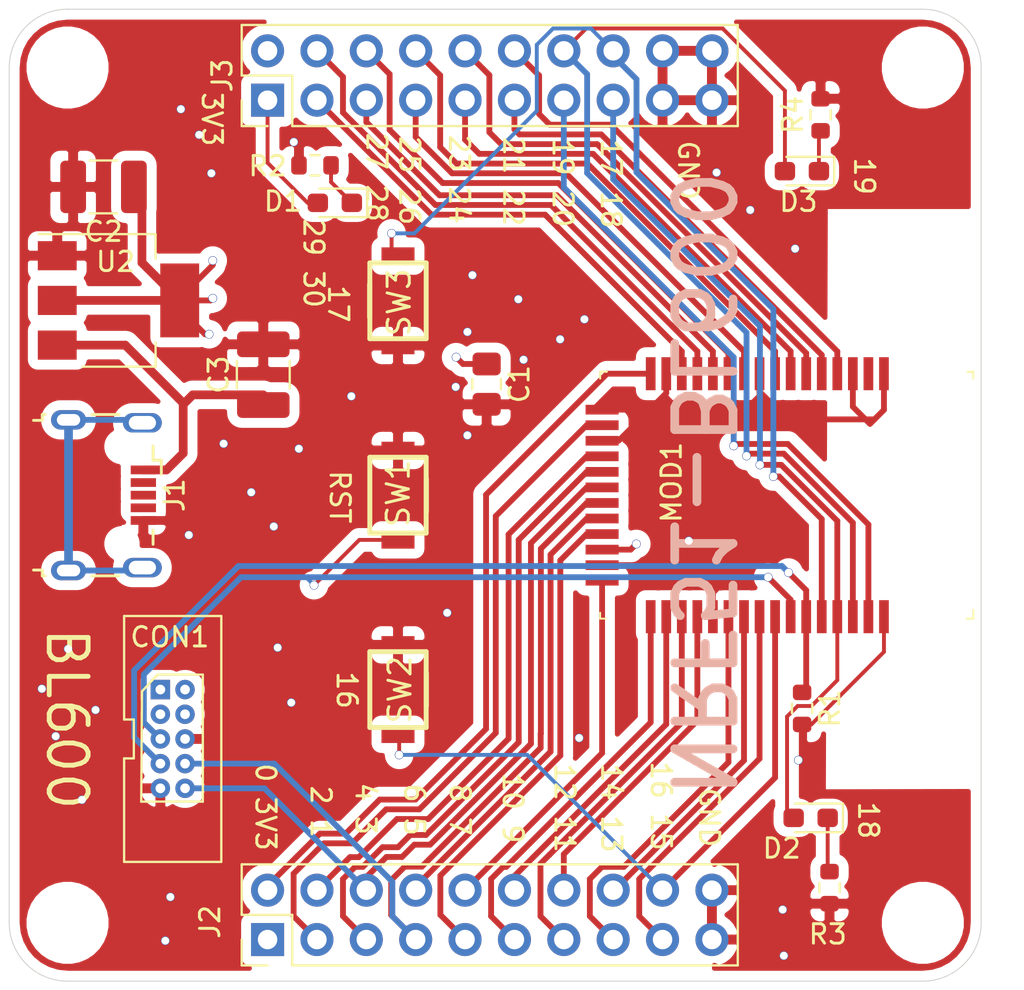
<source format=kicad_pcb>
(kicad_pcb (version 20171130) (host pcbnew "(5.1.12-1-10_14)")
  (layers (0 F.Cu signal) (1 GND signal) (2 PWR signal) (31 B.Cu signal) (34 B.Paste user) (35 F.Paste user) (36 B.SilkS user) (37 F.SilkS user) (38 B.Mask user) (39 F.Mask user) (44 Edge.Cuts user))
  (net 0 "")
  (net 1 GND)
  (net 2 +3V3)
  (net 3 SWCLK)
  (net 4 SWDIO)
  (net 5 "Net-(J1-Pad0)")
  (net 6 IO_4)
  (net 7 IO_5)
  (net 8 VBUS)
  (net 9 IO_16)
  (net 10 IO_15)
  (net 11 IO_14)
  (net 12 IO_13)
  (net 13 IO_12)
  (net 14 IO_11)
  (net 15 IO_10)
  (net 16 IO_9)
  (net 17 IO_8)
  (net 18 IO_7)
  (net 19 IO_6)
  (net 20 IO_3)
  (net 21 IO_2)
  (net 22 IO_1)
  (net 23 IO_0)
  (net 24 IO_17)
  (net 25 IO_18)
  (net 26 IO_19)
  (net 27 IO_20)
  (net 28 IO_21)
  (net 29 IO_22)
  (net 30 IO_23)
  (net 31 IO_24)
  (net 32 IO_25)
  (net 33 IO_26)
  (net 34 IO_27)
  (net 35 IO_28)
  (net 36 IO_29)
  (net 37 IO_30)
  (net 38 "Net-(D1-Pad1)")
  (net 39 "Net-(D2-Pad1)")
  (net 40 "Net-(D3-Pad1)")
  (module Capacitor_SMD:C_1210_3225Metric_Pad1.33x2.70mm_HandSolder (layer F.Cu) (at 113.07 68.8 90)
    (fp_text reference C3 (at 0 -2.3 90) (layer F.SilkS))
    (fp_text value C_Small)
    (pad 2 smd roundrect (at 1.5625 0 90) (size 1.325 2.7) (layers F.Cu F.Paste F.Mask) (roundrect_rratio 0.1886777358490566) (net 1 GND))
    (pad 1 smd roundrect (at -1.5625 0 90) (size 1.325 2.7) (layers F.Cu F.Paste F.Mask) (roundrect_rratio 0.1886777358490566) (net 8 VBUS))
  )
  (module Capacitor_SMD:C_1210_3225Metric_Pad1.33x2.70mm_HandSolder (layer F.Cu) (at 104.85 59.14 180)
    (fp_text reference C2 (at 0 -2.3) (layer F.SilkS))
    (fp_text value C_Small)
    (pad 2 smd roundrect (at 1.5625 0 180) (size 1.325 2.7) (layers F.Cu F.Paste F.Mask) (roundrect_rratio 0.1886777358490566) (net 1 GND))
    (pad 1 smd roundrect (at -1.5625 0 180) (size 1.325 2.7) (layers F.Cu F.Paste F.Mask) (roundrect_rratio 0.1886777358490566) (net 2 +3V3))
  )
  (module mybays_modules:BLUETOOTH_MODULE_BL600-SA (layer F.Cu) (at 140 75 270)
    (fp_text reference MOD1 (at -0.66 5.93 270) (layer F.SilkS))
    (fp_text value BL600-SA)
    (pad 12 smd rect (at 4.400042 9.499854 270) (size 0.5 1.7) (layers F.Cu F.Paste F.Mask) (net 17 IO_8))
    (pad 11 smd rect (at 3.599942 9.499854 270) (size 0.5 1.7) (layers F.Cu F.Paste F.Mask) (net 1 GND))
    (pad 10 smd rect (at 2.800096 9.499854 270) (size 0.5 1.7) (layers F.Cu F.Paste F.Mask) (net 2 +3V3))
    (pad 9 smd rect (at 1.999996 9.499854 270) (size 0.5 1.7) (layers F.Cu F.Paste F.Mask) (net 18 IO_7))
    (pad 8 smd rect (at 1.199896 9.499854 270) (size 0.5 1.7) (layers F.Cu F.Paste F.Mask) (net 19 IO_6))
    (pad 7 smd rect (at 0.40005 9.499854 270) (size 0.5 1.7) (layers F.Cu F.Paste F.Mask) (net 7 IO_5))
    (pad 6 smd rect (at -0.40005 9.499854 270) (size 0.5 1.7) (layers F.Cu F.Paste F.Mask) (net 6 IO_4))
    (pad 5 smd rect (at -1.199896 9.499854 270) (size 0.5 1.7) (layers F.Cu F.Paste F.Mask) (net 20 IO_3))
    (pad 4 smd rect (at -1.999996 9.499854 270) (size 0.5 1.7) (layers F.Cu F.Paste F.Mask) (net 21 IO_2))
    (pad 3 smd rect (at -2.800096 9.499854 270) (size 0.5 1.7) (layers F.Cu F.Paste F.Mask) (net 1 GND))
    (pad 2 smd rect (at -3.599942 9.499854 270) (size 0.5 1.7) (layers F.Cu F.Paste F.Mask) (net 22 IO_1))
    (pad 28 smd rect (at 6.249924 -4.99999 270) (size 1.700022 0.499872) (layers F.Cu F.Paste F.Mask) (net 1 GND))
    (pad 27 smd rect (at 6.249924 -4.19989 270) (size 1.700022 0.499872) (layers F.Cu F.Paste F.Mask) (net 27 IO_20))
    (pad 26 smd rect (at 6.249924 -3.400044 270) (size 1.700022 0.499872) (layers F.Cu F.Paste F.Mask) (net 26 IO_19))
    (pad 25 smd rect (at 6.249924 -2.599944 270) (size 1.700022 0.499872) (layers F.Cu F.Paste F.Mask) (net 25 IO_18))
    (pad 24 smd rect (at 6.249924 -1.800098 270) (size 1.700022 0.499872) (layers F.Cu F.Paste F.Mask) (net 24 IO_17))
    (pad 23 smd rect (at 6.249924 -0.999998 270) (size 1.700022 0.499872) (layers F.Cu F.Paste F.Mask) (net 3 SWCLK))
    (pad 22 smd rect (at 6.249924 -0.199898 270) (size 1.700022 0.499872) (layers F.Cu F.Paste F.Mask) (net 4 SWDIO))
    (pad 21 smd rect (at 6.249924 0.599948 270) (size 1.700022 0.499872) (layers F.Cu F.Paste F.Mask) (net 9 IO_16))
    (pad 20 smd rect (at 6.249924 1.400048 270) (size 1.700022 0.499872) (layers F.Cu F.Paste F.Mask) (net 10 IO_15))
    (pad 19 smd rect (at 6.249924 2.199894 270) (size 1.700022 0.499872) (layers F.Cu F.Paste F.Mask) (net 11 IO_14))
    (pad 18 smd rect (at 6.249924 2.999994 270) (size 1.700022 0.499872) (layers F.Cu F.Paste F.Mask) (net 12 IO_13))
    (pad 17 smd rect (at 6.249924 3.800094 270) (size 1.700022 0.499872) (layers F.Cu F.Paste F.Mask) (net 1 GND))
    (pad 16 smd rect (at 6.249924 4.59994 270) (size 1.700022 0.499872) (layers F.Cu F.Paste F.Mask) (net 13 IO_12))
    (pad 15 smd rect (at 6.249924 5.40004 270) (size 1.700022 0.499872) (layers F.Cu F.Paste F.Mask) (net 14 IO_11))
    (pad 14 smd rect (at 6.249924 6.199886 270) (size 1.700022 0.499872) (layers F.Cu F.Paste F.Mask) (net 15 IO_10))
    (pad 13 smd rect (at 6.249924 6.999986 270) (size 1.700022 0.499872) (layers F.Cu F.Paste F.Mask) (net 16 IO_9))
    (pad 44 smd rect (at -6.249924 6.999986 270) (size 1.700022 0.499872) (layers F.Cu F.Paste F.Mask) (net 23 IO_0))
    (pad 43 smd rect (at -6.249924 6.199886 270) (size 1.700022 0.499872) (layers F.Cu F.Paste F.Mask) (net 1 GND))
    (pad 42 smd rect (at -6.249924 5.40004 270) (size 1.700022 0.499872) (layers F.Cu F.Paste F.Mask) (net 37 IO_30))
    (pad 41 smd rect (at -6.249924 4.59994 270) (size 1.700022 0.499872) (layers F.Cu F.Paste F.Mask) (net 36 IO_29))
    (pad 40 smd rect (at -6.249924 3.800094 270) (size 1.700022 0.499872) (layers F.Cu F.Paste F.Mask) (net 35 IO_28))
    (pad 39 smd rect (at -6.249924 2.999994 270) (size 1.700022 0.499872) (layers F.Cu F.Paste F.Mask) (net 34 IO_27))
    (pad 38 smd rect (at -6.249924 2.199894 270) (size 1.700022 0.499872) (layers F.Cu F.Paste F.Mask) (net 33 IO_26))
    (pad 37 smd rect (at -6.249924 1.400048 270) (size 1.700022 0.499872) (layers F.Cu F.Paste F.Mask) (net 1 GND))
    (pad 36 smd rect (at -6.249924 0.599948 270) (size 1.700022 0.499872) (layers F.Cu F.Paste F.Mask) (net 32 IO_25))
    (pad 35 smd rect (at -6.249924 -0.199898 270) (size 1.700022 0.499872) (layers F.Cu F.Paste F.Mask) (net 31 IO_24))
    (pad 34 smd rect (at -6.249924 -0.999998 270) (size 1.700022 0.499872) (layers F.Cu F.Paste F.Mask) (net 30 IO_23))
    (pad 33 smd rect (at -6.249924 -1.800098 270) (size 1.700022 0.499872) (layers F.Cu F.Paste F.Mask) (net 29 IO_22))
    (pad 32 smd rect (at -6.249924 -2.599944 270) (size 1.700022 0.499872) (layers F.Cu F.Paste F.Mask) (net 28 IO_21))
    (pad 31 smd rect (at -6.249924 -3.400044 270) (size 1.700022 0.499872) (layers F.Cu F.Paste F.Mask) (net 1 GND))
    (pad 30 smd rect (at -6.249924 -4.19989 270) (size 1.700022 0.499872) (layers F.Cu F.Paste F.Mask))
    (pad 1 smd rect (at -4.400042 9.499854 270) (size 0.5 1.7) (layers F.Cu F.Paste F.Mask) (net 1 GND))
    (pad 29 smd rect (at -6.249924 -4.99999 270) (size 1.700022 0.499872) (layers F.Cu F.Paste F.Mask) (net 1 GND))
  )
  (module Capacitor_SMD:C_0805_2012Metric_Pad1.18x1.45mm_HandSolder (layer F.Cu) (at 124.56 69.2875 270)
    (fp_text reference C1 (at 0 -1.68 90) (layer F.SilkS))
    (fp_text value C_Small)
    (pad 2 smd roundrect (at 1.0375 0 270) (size 1.175 1.45) (layers F.Cu F.Paste F.Mask) (roundrect_rratio 0.2127659574468085) (net 1 GND))
    (pad 1 smd roundrect (at -1.0375 0 270) (size 1.175 1.45) (layers F.Cu F.Paste F.Mask) (roundrect_rratio 0.2127659574468085) (net 2 +3V3))
  )
  (module mybays_connector:turtlekey (layer F.Cu) (at 120 65 270)
    (fp_text reference SW3 (at -1.76 -0.06 90) (layer F.SilkS) (effects (font (size 1.143 1.143) (thickness 0.1524)) (justify right)))
    (fp_text value SW_Push)
    (pad 1 smd rect (at -2.29997 0 270) (size 0.899998 1.699997) (layers F.Cu F.Paste F.Mask) (net 24 IO_17))
    (pad 2 smd rect (at 2.29997 0 270) (size 0.899998 1.699997) (layers F.Cu F.Paste F.Mask) (net 1 GND))
  )
  (module mybays_connector:turtlekey (layer F.Cu) (at 120 85 90)
    (fp_text reference SW2 (at -1.85 0.1 90) (layer F.SilkS) (effects (font (size 1.143 1.143) (thickness 0.1524)) (justify left)))
    (fp_text value SW_Push)
    (pad 1 smd rect (at -2.29997 0 90) (size 0.899998 1.699997) (layers F.Cu F.Paste F.Mask) (net 9 IO_16))
    (pad 2 smd rect (at 2.29997 0 90) (size 0.899998 1.699997) (layers F.Cu F.Paste F.Mask) (net 1 GND))
  )
  (module mybays_connector:turtlekey (layer F.Cu) (at 120 75 90)
    (fp_text reference SW1 (at -1.74 0.01 90) (layer F.SilkS) (effects (font (size 1.143 1.143) (thickness 0.1524)) (justify left)))
    (fp_text value SW_Push)
    (pad 1 smd rect (at -2.29997 0 90) (size 0.899998 1.699997) (layers F.Cu F.Paste F.Mask) (net 4 SWDIO))
    (pad 2 smd rect (at 2.29997 0 90) (size 0.899998 1.699997) (layers F.Cu F.Paste F.Mask) (net 1 GND))
  )
  (module Resistor_SMD:R_0603_1608Metric (layer F.Cu) (at 141.74 55.43 90)
    (fp_text reference R4 (at 0 -1.43 90) (layer F.SilkS))
    (fp_text value 12K)
    (pad 2 smd roundrect (at 0.825 0 90) (size 0.8 0.95) (layers F.Cu F.Paste F.Mask) (net 1 GND))
    (pad 1 smd roundrect (at -0.825 0 90) (size 0.8 0.95) (layers F.Cu F.Paste F.Mask) (net 40 "Net-(D3-Pad1)"))
  )
  (module Resistor_SMD:R_0603_1608Metric (layer F.Cu) (at 142.2 95.19 270)
    (fp_text reference R3 (at 2.4 0.09) (layer F.SilkS))
    (fp_text value 12K)
    (pad 2 smd roundrect (at 0.825 0 270) (size 0.8 0.95) (layers F.Cu F.Paste F.Mask) (net 1 GND))
    (pad 1 smd roundrect (at -0.825 0 270) (size 0.8 0.95) (layers F.Cu F.Paste F.Mask) (net 39 "Net-(D2-Pad1)"))
  )
  (module Resistor_SMD:R_0603_1608Metric (layer F.Cu) (at 115.73 58.03 180)
    (fp_text reference R2 (at 2.44 -0.04) (layer F.SilkS))
    (fp_text value 12K)
    (pad 2 smd roundrect (at 0.825 0 180) (size 0.8 0.95) (layers F.Cu F.Paste F.Mask) (net 1 GND))
    (pad 1 smd roundrect (at -0.825 0 180) (size 0.8 0.95) (layers F.Cu F.Paste F.Mask) (net 38 "Net-(D1-Pad1)"))
  )
  (module LED_SMD:LED_0603_1608Metric_Pad1.05x0.95mm_HandSolder (layer F.Cu) (at 140.78 58.33 180)
    (fp_text reference D3 (at 0.18 -1.57) (layer F.SilkS))
    (fp_text value LED)
    (pad 2 smd roundrect (at 0.875 0 180) (size 1.05 0.95) (layers F.Cu F.Paste F.Mask) (net 26 IO_19))
    (pad 1 smd roundrect (at -0.875 0 180) (size 1.05 0.95) (layers F.Cu F.Paste F.Mask) (net 40 "Net-(D3-Pad1)"))
  )
  (module LED_SMD:LED_0603_1608Metric_Pad1.05x0.95mm_HandSolder (layer F.Cu) (at 141.23 91.6 180)
    (fp_text reference D2 (at 1.49 -1.57) (layer F.SilkS))
    (fp_text value LED)
    (pad 2 smd roundrect (at 0.875 0 180) (size 1.05 0.95) (layers F.Cu F.Paste F.Mask) (net 25 IO_18))
    (pad 1 smd roundrect (at -0.875 0 180) (size 1.05 0.95) (layers F.Cu F.Paste F.Mask) (net 39 "Net-(D2-Pad1)"))
  )
  (module LED_SMD:LED_0603_1608Metric_Pad1.05x0.95mm_HandSolder (layer F.Cu) (at 116.75 59.96 180)
    (fp_text reference D1 (at 2.67 0.07) (layer F.SilkS))
    (fp_text value LED)
    (pad 2 smd roundrect (at 0.875 0 180) (size 1.05 0.95) (layers F.Cu F.Paste F.Mask) (net 2 +3V3))
    (pad 1 smd roundrect (at -0.875 0 180) (size 1.05 0.95) (layers F.Cu F.Paste F.Mask) (net 38 "Net-(D1-Pad1)"))
  )
  (module Package_TO_SOT_SMD:SOT-223-3_TabPin2 (layer F.Cu) (at 105.62 64.98)
    (fp_text reference U2 (at -0.15 -1.99) (layer F.SilkS))
    (fp_text value LM1117-3.3)
    (pad 1 smd rect (at -3.15 -2.3) (size 2 1.5) (layers F.Cu F.Paste F.Mask) (net 1 GND))
    (pad 3 smd rect (at -3.15 2.3) (size 2 1.5) (layers F.Cu F.Paste F.Mask) (net 8 VBUS))
    (pad 2 smd rect (at -3.15 0) (size 2 1.5) (layers F.Cu F.Paste F.Mask) (net 2 +3V3))
    (pad 2 smd rect (at 3.15 0) (size 2 3.8) (layers F.Cu F.Paste F.Mask) (net 2 +3V3))
  )
  (module Resistor_SMD:R_0603_1608Metric (layer F.Cu) (at 140.79 85.97 270)
    (fp_text reference R1 (at 0 -1.43 90) (layer F.SilkS))
    (fp_text value 12K)
    (pad 2 smd roundrect (at 0.825 0 270) (size 0.8 0.95) (layers F.Cu F.Paste F.Mask) (net 1 GND))
    (pad 1 smd roundrect (at -0.825 0 270) (size 0.8 0.95) (layers F.Cu F.Paste F.Mask) (net 3 SWCLK))
  )
  (module Connector_PinHeader_2.54mm:PinHeader_2x10_P2.54mm_Vertical (layer F.Cu) (at 113.29 54.68 90)
    (fp_text reference J3 (at 1.27 -2.33 90) (layer F.SilkS))
    (fp_text value Conn_02x10_Odd_Even)
    (pad 20 thru_hole oval (at 2.54 22.86 90) (size 1.7 1.7) (drill 1) (layers *.Cu *.Mask) (net 1 GND))
    (pad 19 thru_hole oval (at 0 22.86 90) (size 1.7 1.7) (drill 1) (layers *.Cu *.Mask) (net 1 GND))
    (pad 18 thru_hole oval (at 2.54 20.32 90) (size 1.7 1.7) (drill 1) (layers *.Cu *.Mask) (net 1 GND))
    (pad 17 thru_hole oval (at 0 20.32 90) (size 1.7 1.7) (drill 1) (layers *.Cu *.Mask) (net 1 GND))
    (pad 16 thru_hole oval (at 2.54 17.78 90) (size 1.7 1.7) (drill 1) (layers *.Cu *.Mask) (net 24 IO_17))
    (pad 15 thru_hole oval (at 0 17.78 90) (size 1.7 1.7) (drill 1) (layers *.Cu *.Mask) (net 25 IO_18))
    (pad 14 thru_hole oval (at 2.54 15.24 90) (size 1.7 1.7) (drill 1) (layers *.Cu *.Mask) (net 26 IO_19))
    (pad 13 thru_hole oval (at 0 15.24 90) (size 1.7 1.7) (drill 1) (layers *.Cu *.Mask) (net 27 IO_20))
    (pad 12 thru_hole oval (at 2.54 12.7 90) (size 1.7 1.7) (drill 1) (layers *.Cu *.Mask) (net 28 IO_21))
    (pad 11 thru_hole oval (at 0 12.7 90) (size 1.7 1.7) (drill 1) (layers *.Cu *.Mask) (net 29 IO_22))
    (pad 10 thru_hole oval (at 2.54 10.16 90) (size 1.7 1.7) (drill 1) (layers *.Cu *.Mask) (net 30 IO_23))
    (pad 9 thru_hole oval (at 0 10.16 90) (size 1.7 1.7) (drill 1) (layers *.Cu *.Mask) (net 31 IO_24))
    (pad 8 thru_hole oval (at 2.54 7.62 90) (size 1.7 1.7) (drill 1) (layers *.Cu *.Mask) (net 32 IO_25))
    (pad 7 thru_hole oval (at 0 7.62 90) (size 1.7 1.7) (drill 1) (layers *.Cu *.Mask) (net 33 IO_26))
    (pad 6 thru_hole oval (at 2.54 5.08 90) (size 1.7 1.7) (drill 1) (layers *.Cu *.Mask) (net 34 IO_27))
    (pad 5 thru_hole oval (at 0 5.08 90) (size 1.7 1.7) (drill 1) (layers *.Cu *.Mask) (net 35 IO_28))
    (pad 4 thru_hole oval (at 2.54 2.54 90) (size 1.7 1.7) (drill 1) (layers *.Cu *.Mask) (net 36 IO_29))
    (pad 3 thru_hole oval (at 0 2.54 90) (size 1.7 1.7) (drill 1) (layers *.Cu *.Mask) (net 37 IO_30))
    (pad 2 thru_hole oval (at 2.54 0 90) (size 1.7 1.7) (drill 1) (layers *.Cu *.Mask) (net 2 +3V3))
    (pad 1 thru_hole rect (at 0 0 90) (size 1.7 1.7) (drill 1) (layers *.Cu *.Mask) (net 2 +3V3))
  )
  (module Connector_PinHeader_2.54mm:PinHeader_2x10_P2.54mm_Vertical (layer F.Cu) (at 113.29 97.86 90)
    (fp_text reference J2 (at 0.91 -2.96 90) (layer F.SilkS))
    (fp_text value Conn_02x10_Odd_Even)
    (pad 20 thru_hole oval (at 2.54 22.86 90) (size 1.7 1.7) (drill 1) (layers *.Cu *.Mask) (net 1 GND))
    (pad 19 thru_hole oval (at 0 22.86 90) (size 1.7 1.7) (drill 1) (layers *.Cu *.Mask) (net 1 GND))
    (pad 18 thru_hole oval (at 2.54 20.32 90) (size 1.7 1.7) (drill 1) (layers *.Cu *.Mask) (net 9 IO_16))
    (pad 17 thru_hole oval (at 0 20.32 90) (size 1.7 1.7) (drill 1) (layers *.Cu *.Mask) (net 10 IO_15))
    (pad 16 thru_hole oval (at 2.54 17.78 90) (size 1.7 1.7) (drill 1) (layers *.Cu *.Mask) (net 11 IO_14))
    (pad 15 thru_hole oval (at 0 17.78 90) (size 1.7 1.7) (drill 1) (layers *.Cu *.Mask) (net 12 IO_13))
    (pad 14 thru_hole oval (at 2.54 15.24 90) (size 1.7 1.7) (drill 1) (layers *.Cu *.Mask) (net 13 IO_12))
    (pad 13 thru_hole oval (at 0 15.24 90) (size 1.7 1.7) (drill 1) (layers *.Cu *.Mask) (net 14 IO_11))
    (pad 12 thru_hole oval (at 2.54 12.7 90) (size 1.7 1.7) (drill 1) (layers *.Cu *.Mask) (net 15 IO_10))
    (pad 11 thru_hole oval (at 0 12.7 90) (size 1.7 1.7) (drill 1) (layers *.Cu *.Mask) (net 16 IO_9))
    (pad 10 thru_hole oval (at 2.54 10.16 90) (size 1.7 1.7) (drill 1) (layers *.Cu *.Mask) (net 17 IO_8))
    (pad 9 thru_hole oval (at 0 10.16 90) (size 1.7 1.7) (drill 1) (layers *.Cu *.Mask) (net 18 IO_7))
    (pad 8 thru_hole oval (at 2.54 7.62 90) (size 1.7 1.7) (drill 1) (layers *.Cu *.Mask) (net 19 IO_6))
    (pad 7 thru_hole oval (at 0 7.62 90) (size 1.7 1.7) (drill 1) (layers *.Cu *.Mask) (net 7 IO_5))
    (pad 6 thru_hole oval (at 2.54 5.08 90) (size 1.7 1.7) (drill 1) (layers *.Cu *.Mask) (net 6 IO_4))
    (pad 5 thru_hole oval (at 0 5.08 90) (size 1.7 1.7) (drill 1) (layers *.Cu *.Mask) (net 20 IO_3))
    (pad 4 thru_hole oval (at 2.54 2.54 90) (size 1.7 1.7) (drill 1) (layers *.Cu *.Mask) (net 21 IO_2))
    (pad 3 thru_hole oval (at 0 2.54 90) (size 1.7 1.7) (drill 1) (layers *.Cu *.Mask) (net 22 IO_1))
    (pad 2 thru_hole oval (at 2.54 0 90) (size 1.7 1.7) (drill 1) (layers *.Cu *.Mask) (net 23 IO_0))
    (pad 1 thru_hole rect (at 0 0 90) (size 1.7 1.7) (drill 1) (layers *.Cu *.Mask) (net 2 +3V3))
  )
  (module mybays_connector:USB_Micro-B_Wuerth_629105150521_CircularHoles (layer F.Cu) (at 105 75 270)
    (fp_text reference J1 (at 0 -3.5 90) (layer F.SilkS))
    (fp_text value microusb)
    (pad "" np_thru_hole circle (at 2.5 -0.8 270) (size 0.8 0.8) (drill 0.8) (layers *.Cu *.Mask))
    (pad "" np_thru_hole circle (at -2.5 -0.8 270) (size 0.8 0.8) (drill 0.8) (layers *.Cu *.Mask))
    (pad 0 thru_hole oval (at 3.875 1.95 270) (size 1 1.8) (drill oval 0.6 1.2) (layers *.Cu *.Mask) (net 5 "Net-(J1-Pad0)"))
    (pad 0 thru_hole oval (at -3.875 1.95 270) (size 1 1.8) (drill oval 0.6 1.2) (layers *.Cu *.Mask) (net 5 "Net-(J1-Pad0)"))
    (pad 0 thru_hole oval (at 3.725 -1.85 270) (size 1 2) (drill oval 0.7 1.4) (layers *.Cu *.Mask) (net 5 "Net-(J1-Pad0)"))
    (pad 0 thru_hole oval (at -3.725 -1.85 270) (size 1 2) (drill oval 0.7 1.4) (layers *.Cu *.Mask) (net 5 "Net-(J1-Pad0)"))
    (pad 5 smd rect (at 1.3 -1.9 270) (size 0.45 1.3) (layers F.Cu F.Paste F.Mask) (net 1 GND))
    (pad 4 smd rect (at 0.65 -1.9 270) (size 0.45 1.3) (layers F.Cu F.Paste F.Mask))
    (pad 3 smd rect (at 0 -1.9 270) (size 0.45 1.3) (layers F.Cu F.Paste F.Mask))
    (pad 2 smd rect (at -0.65 -1.9 270) (size 0.45 1.3) (layers F.Cu F.Paste F.Mask))
    (pad 1 smd rect (at -1.3 -1.9 270) (size 0.45 1.3) (layers F.Cu F.Paste F.Mask) (net 8 VBUS))
  )
  (module MountingHole:MountingHole_3.2mm_M3 (layer F.Cu) (at 147 97)
    (fp_text reference H4 (at 0.04 -0.04) (layer F.SilkS))
    (fp_text value MountingHole)
    (pad 1 np_thru_hole circle (at 0 0) (size 3.2 3.2) (drill 3.2) (layers *.Cu *.Mask))
  )
  (module MountingHole:MountingHole_3.2mm_M3 (layer F.Cu) (at 103 97)
    (fp_text reference H3 (at -0.09 0.2) (layer F.SilkS))
    (fp_text value MountingHole)
    (pad 1 np_thru_hole circle (at 0 0) (size 3.2 3.2) (drill 3.2) (layers *.Cu *.Mask))
  )
  (module MountingHole:MountingHole_3.2mm_M3 (layer F.Cu) (at 147 53)
    (fp_text reference H2 (at -0.3 0.33) (layer F.SilkS))
    (fp_text value MountingHole)
    (pad 1 np_thru_hole circle (at 0 0) (size 3.2 3.2) (drill 3.2) (layers *.Cu *.Mask))
  )
  (module MountingHole:MountingHole_3.2mm_M3 (layer F.Cu) (at 103 53)
    (fp_text reference H1 (at -0.06 -0.22) (layer F.SilkS))
    (fp_text value MountingHole)
    (pad 1 np_thru_hole circle (at 0 0) (size 3.2 3.2) (drill 3.2) (layers *.Cu *.Mask))
  )
  (module mybays_connector:debugger_2x05_P1.27mm_Vertical (layer F.Cu) (at 108.41 87.54)
    (fp_text reference CON1 (at -0.15 -5.24) (layer F.SilkS))
    (fp_text value CORTEX-DEBUGGER)
    (pad 9 thru_hole oval (at -0.635 2.54) (size 1 1) (drill 0.5) (layers *.Cu *.Mask) (net 1 GND))
    (pad 10 thru_hole oval (at 0.635 2.54) (size 1 1) (drill 0.5) (layers *.Cu *.Mask) (net 6 IO_4))
    (pad 7 thru_hole oval (at -0.635 1.27) (size 1 1) (drill 0.5) (layers *.Cu *.Mask) (net 3 SWCLK))
    (pad 8 thru_hole oval (at 0.635 1.27) (size 1 1) (drill 0.5) (layers *.Cu *.Mask) (net 7 IO_5))
    (pad 5 thru_hole oval (at -0.635 0) (size 1 1) (drill 0.5) (layers *.Cu *.Mask) (net 4 SWDIO))
    (pad 6 thru_hole oval (at 0.635 0) (size 1 1) (drill 0.5) (layers *.Cu *.Mask) (net 1 GND))
    (pad 3 thru_hole oval (at -0.635 -1.27) (size 1 1) (drill 0.5) (layers *.Cu *.Mask) (net 2 +3V3))
    (pad 4 thru_hole oval (at 0.635 -1.27) (size 1 1) (drill 0.5) (layers *.Cu *.Mask))
    (pad 2 thru_hole oval (at 0.635 -2.54) (size 1 1) (drill 0.5) (layers *.Cu *.Mask))
    (pad 1 thru_hole rect (at -0.635 -2.54) (size 1 1) (drill 0.5) (layers *.Cu *.Mask))
  )
  (gr_text BL600 (at 102.97 86.51 270) (layer F.SilkS) (effects (font (size 2 2) (thickness 0.25))))
  (gr_text NRF51-BL600 (at 135.6 74.41 270) (layer B.SilkS) (effects (font (size 3 3) (thickness 0.45)) (justify mirror)))
  (gr_text "0 3V3" (at 113.19 91.04 270) (layer F.SilkS) (effects (font (size 1 1))))
  (gr_text "2 1" (at 116.03 91.28 270) (layer F.SilkS) (effects (font (size 1 1))))
  (gr_text "4 3" (at 118.34 91.13 270) (layer F.SilkS) (effects (font (size 1 1))))
  (gr_text "6 5" (at 120.84 91.18 270) (layer F.SilkS) (effects (font (size 1 1))))
  (gr_text "8 7" (at 123.19 91.18 270) (layer F.SilkS) (effects (font (size 1 1))))
  (gr_text "10 9" (at 125.91 91.09 270) (layer F.SilkS) (effects (font (size 1 1))))
  (gr_text "12 11" (at 128.58 91.09 270) (layer F.SilkS) (effects (font (size 1 1))))
  (gr_text "14 13" (at 130.98 91.09 270) (layer F.SilkS) (effects (font (size 1 1))))
  (gr_text "16 15" (at 133.53 90.99 270) (layer F.SilkS) (effects (font (size 1 1))))
  (gr_text GND (at 136.01 91.58 270) (layer F.SilkS) (effects (font (size 1 1))))
  (gr_text 3V3 (at 110.43 55.66 270) (layer F.SilkS) (effects (font (size 1 1))))
  (gr_text "29 30" (at 115.66 63.07 270) (layer F.SilkS) (effects (font (size 1 1))))
  (gr_text "27 28" (at 118.9 58.64 270) (layer F.SilkS) (effects (font (size 1 1))))
  (gr_text "25 26" (at 120.59 58.81 270) (layer F.SilkS) (effects (font (size 1 1))))
  (gr_text "23 24" (at 123.15 58.74 270) (layer F.SilkS) (effects (font (size 1 1))))
  (gr_text "21 22" (at 125.94 58.86 270) (layer F.SilkS) (effects (font (size 1 1))))
  (gr_text "19 20" (at 128.48 58.93 270) (layer F.SilkS) (effects (font (size 1 1))))
  (gr_text "17 18" (at 130.96 58.98 270) (layer F.SilkS) (effects (font (size 1 1))))
  (gr_text GND (at 134.93 58.29 270) (layer F.SilkS) (effects (font (size 1 1))))
  (gr_text 16 (at 117.37 85.03 270) (layer F.SilkS) (effects (font (size 1 1))))
  (gr_text 17 (at 116.93 65.16 270) (layer F.SilkS) (effects (font (size 1 1))))
  (gr_text RST (at 117.01 75.09 270) (layer F.SilkS) (effects (font (size 1 1))))
  (gr_text 18 (at 144.2 91.73 270) (layer F.SilkS) (effects (font (size 1 1))))
  (gr_text 19 (at 143.99 58.59 270) (layer F.SilkS) (effects (font (size 1 1))))
  (gr_arc (start 103 97) (end 100 97) (angle -90) (layer Edge.Cuts) (width 0.05))
  (gr_arc (start 147 97) (end 147 100) (angle -90) (layer Edge.Cuts) (width 0.05))
  (gr_arc (start 147 53) (end 150 53) (angle -90) (layer Edge.Cuts) (width 0.05))
  (gr_arc (start 103 53) (end 103 50) (angle -90) (layer Edge.Cuts) (width 0.05))
  (gr_line (start 100 97) (end 100 53) (layer Edge.Cuts) (width 0.05))
  (gr_line (start 147 100) (end 103 100) (layer Edge.Cuts) (width 0.05))
  (gr_line (start 150 53) (end 150 97) (layer Edge.Cuts) (width 0.05))
  (gr_line (start 103 50) (end 147 50) (layer Edge.Cuts) (width 0.05))
  (via (at 140.6 88.63) (size 0.45) (drill 0.4) (layers F.Cu B.Cu) (net 1))
  (segment (start 140.79 88.44) (end 140.6 88.63) (width 0.3) (layer F.Cu) (net 1))
  (segment (start 140.79 86.795) (end 140.79 88.44) (width 0.3) (layer F.Cu) (net 1))
  (segment (start 134.699935 78.599942) (end 130.500146 78.599942) (width 0.3) (layer F.Cu) (net 1))
  (segment (start 136.199906 80.099913) (end 134.699935 78.599942) (width 0.3) (layer F.Cu) (net 1))
  (segment (start 136.199906 81.249924) (end 136.199906 80.099913) (width 0.3) (layer F.Cu) (net 1))
  (segment (start 144.99999 68.750076) (end 144.99999 70.61001) (width 0.3) (layer F.Cu) (net 1))
  (segment (start 143.400044 70.450044) (end 143.400044 68.750076) (width 0.3) (layer F.Cu) (net 1))
  (segment (start 144.28 71.33) (end 143.400044 70.450044) (width 0.3) (layer F.Cu) (net 1))
  (segment (start 144.51 71.1) (end 140.03 71.1) (width 0.3) (layer F.Cu) (net 1))
  (segment (start 144.99999 70.61001) (end 144.51 71.1) (width 0.3) (layer F.Cu) (net 1))
  (segment (start 144.51 71.1) (end 144.28 71.33) (width 0.3) (layer F.Cu) (net 1))
  (segment (start 138.599952 69.669952) (end 138.599952 68.750076) (width 0.3) (layer F.Cu) (net 1))
  (segment (start 140.03 71.1) (end 138.599952 69.669952) (width 0.3) (layer F.Cu) (net 1))
  (segment (start 138.599952 69.900087) (end 137.900081 70.599958) (width 0.3) (layer F.Cu) (net 1))
  (segment (start 138.599952 68.750076) (end 138.599952 69.900087) (width 0.3) (layer F.Cu) (net 1))
  (segment (start 133.800114 69.74982) (end 133.800114 68.750076) (width 0.3) (layer F.Cu) (net 1))
  (segment (start 131.35003 72.199904) (end 133.800114 69.74982) (width 0.3) (layer F.Cu) (net 1))
  (via (at 109.24 77.05) (size 0.45) (drill 0.4) (layers F.Cu B.Cu) (net 1))
  (segment (start 108.49 76.3) (end 109.24 77.05) (width 0.45) (layer F.Cu) (net 1))
  (segment (start 106.9 76.3) (end 108.49 76.3) (width 0.45) (layer F.Cu) (net 1))
  (via (at 134.96 77.35) (size 0.45) (drill 0.4) (layers F.Cu B.Cu) (net 1))
  (segment (start 134.699935 77.610065) (end 134.96 77.35) (width 0.45) (layer F.Cu) (net 1))
  (segment (start 134.699935 78.599942) (end 134.699935 77.610065) (width 0.45) (layer F.Cu) (net 1))
  (segment (start 144.99999 83.06001) (end 144.99999 81.249924) (width 0.2) (layer F.Cu) (net 1))
  (segment (start 141.265 86.795) (end 144.99999 83.06001) (width 0.2) (layer F.Cu) (net 1))
  (segment (start 140.79 86.795) (end 141.265 86.795) (width 0.2) (layer F.Cu) (net 1))
  (segment (start 132.529958 71.019976) (end 132.529958 70.599958) (width 0.2) (layer F.Cu) (net 1))
  (segment (start 130.500146 72.199904) (end 131.35003 72.199904) (width 0.2) (layer F.Cu) (net 1))
  (segment (start 131.35003 72.199904) (end 132.529958 71.019976) (width 0.2) (layer F.Cu) (net 1))
  (segment (start 132.529958 70.599958) (end 130.500146 70.599958) (width 0.3) (layer F.Cu) (net 1))
  (segment (start 137.900081 70.599958) (end 132.529958 70.599958) (width 0.3) (layer F.Cu) (net 1))
  (via (at 129.32 87.49) (size 0.45) (drill 0.4) (layers F.Cu B.Cu) (net 1))
  (segment (start 129.43 87.38) (end 129.32 87.49) (width 0.2) (layer F.Cu) (net 1))
  (via (at 108.83 55.14) (size 0.45) (drill 0.4) (layers F.Cu B.Cu) (net 1))
  (via (at 109.77 56.46) (size 0.45) (drill 0.4) (layers F.Cu B.Cu) (net 1))
  (via (at 110.4 58.44) (size 0.45) (drill 0.4) (layers F.Cu B.Cu) (net 1))
  (via (at 114.64 56.83) (size 0.45) (drill 0.4) (layers F.Cu B.Cu) (net 1))
  (segment (start 114.905 57.095) (end 114.64 56.83) (width 0.2) (layer F.Cu) (net 1))
  (segment (start 114.905 58.03) (end 114.905 57.095) (width 0.2) (layer F.Cu) (net 1))
  (via (at 123.83 63.68) (size 0.45) (drill 0.4) (layers F.Cu B.Cu) (net 1))
  (via (at 126.19 64.92) (size 0.45) (drill 0.4) (layers F.Cu B.Cu) (net 1))
  (via (at 122.97 69.43) (size 0.45) (drill 0.4) (layers F.Cu B.Cu) (net 1))
  (via (at 123.57 66.6) (size 0.45) (drill 0.4) (layers F.Cu B.Cu) (net 1))
  (via (at 126.46 68.03) (size 0.45) (drill 0.4) (layers F.Cu B.Cu) (net 1))
  (via (at 123.57 71.92) (size 0.45) (drill 0.4) (layers F.Cu B.Cu) (net 1))
  (via (at 129.59 65.95) (size 0.45) (drill 0.4) (layers F.Cu B.Cu) (net 1))
  (via (at 128.34 66.98) (size 0.45) (drill 0.4) (layers F.Cu B.Cu) (net 1))
  (via (at 117.6 69.91) (size 0.45) (drill 0.4) (layers F.Cu B.Cu) (net 1))
  (via (at 112.45 74.85) (size 0.45) (drill 0.4) (layers F.Cu B.Cu) (net 1))
  (via (at 113.61 76.61) (size 0.45) (drill 0.4) (layers F.Cu B.Cu) (net 1))
  (via (at 114.9 72.61) (size 0.45) (drill 0.4) (layers F.Cu B.Cu) (net 1))
  (via (at 111.03 72.35) (size 0.45) (drill 0.4) (layers F.Cu B.Cu) (net 1))
  (via (at 114.51 85.67) (size 0.45) (drill 0.4) (layers F.Cu B.Cu) (net 1))
  (via (at 113.81 82.84) (size 0.45) (drill 0.4) (layers F.Cu B.Cu) (net 1))
  (via (at 103.03 82.91) (size 0.45) (drill 0.4) (layers F.Cu B.Cu) (net 1))
  (via (at 102.39 87.4) (size 0.45) (drill 0.4) (layers F.Cu B.Cu) (net 1))
  (via (at 103.74 90.67) (size 0.45) (drill 0.4) (layers F.Cu B.Cu) (net 1))
  (via (at 104.44 86.05) (size 0.45) (drill 0.4) (layers F.Cu B.Cu) (net 1))
  (via (at 101.68 84.96) (size 0.45) (drill 0.4) (layers F.Cu B.Cu) (net 1))
  (via (at 140.43 62.32) (size 0.45) (drill 0.4) (layers F.Cu B.Cu) (net 1))
  (via (at 136.39 58.4) (size 0.45) (drill 0.4) (layers F.Cu B.Cu) (net 1))
  (via (at 138.12 60.33) (size 0.45) (drill 0.4) (layers F.Cu B.Cu) (net 1))
  (via (at 139.79 96.32) (size 0.45) (drill 0.4) (layers F.Cu B.Cu) (net 1))
  (via (at 139.85 98.69) (size 0.45) (drill 0.4) (layers F.Cu B.Cu) (net 1))
  (via (at 108.29 95.67) (size 0.45) (drill 0.4) (layers F.Cu B.Cu) (net 1))
  (via (at 108.03 97.92) (size 0.45) (drill 0.4) (layers F.Cu B.Cu) (net 1))
  (via (at 122.53 81.05) (size 0.45) (drill 0.4) (layers F.Cu B.Cu) (net 1))
  (via (at 110.47 64.87) (size 0.45) (drill 0.4) (layers F.Cu B.Cu) (net 2))
  (segment (start 110.36 64.98) (end 110.47 64.87) (width 0.3) (layer F.Cu) (net 2))
  (segment (start 108.77 64.98) (end 110.36 64.98) (width 0.3) (layer F.Cu) (net 2))
  (segment (start 108.77 64.98) (end 108.77 65.42) (width 0.3) (layer F.Cu) (net 2))
  (via (at 110.28 66.72) (size 0.45) (drill 0.4) (layers F.Cu B.Cu) (net 2))
  (segment (start 110.07 66.72) (end 110.28 66.72) (width 0.3) (layer F.Cu) (net 2))
  (segment (start 108.77 65.42) (end 110.07 66.72) (width 0.3) (layer F.Cu) (net 2))
  (segment (start 108.77 64.98) (end 108.77 64.86) (width 0.3) (layer F.Cu) (net 2))
  (via (at 110.47 62.93) (size 0.45) (drill 0.4) (layers F.Cu B.Cu) (net 2))
  (segment (start 110.47 63.16) (end 110.47 62.93) (width 0.3) (layer F.Cu) (net 2))
  (segment (start 108.77 64.86) (end 110.47 63.16) (width 0.3) (layer F.Cu) (net 2))
  (via (at 132.26 77.51) (size 0.45) (drill 0.4) (layers F.Cu B.Cu) (net 2))
  (segment (start 131.969904 77.800096) (end 132.26 77.51) (width 0.3) (layer F.Cu) (net 2))
  (segment (start 130.500146 77.800096) (end 131.969904 77.800096) (width 0.3) (layer F.Cu) (net 2))
  (segment (start 102.47 64.98) (end 102.9 64.98) (width 0.45) (layer F.Cu) (net 2))
  (segment (start 102.9 64.98) (end 108.77 64.98) (width 0.45) (layer F.Cu) (net 2))
  (segment (start 113.29 57.9) (end 113.29 54.68) (width 0.2) (layer F.Cu) (net 2))
  (segment (start 115.35 59.96) (end 113.29 57.9) (width 0.2) (layer F.Cu) (net 2))
  (segment (start 115.875 59.96) (end 115.35 59.96) (width 0.2) (layer F.Cu) (net 2))
  (segment (start 106.8275 63.0375) (end 108.77 64.98) (width 0.45) (layer F.Cu) (net 2))
  (segment (start 106.8275 59.15) (end 106.8275 63.0375) (width 0.45) (layer F.Cu) (net 2))
  (segment (start 130.500146 77.800096) (end 129.775638 77.800096) (width 0.2) (layer F.Cu) (net 2))
  (via (at 122.99 67.9) (size 0.45) (drill 0.4) (layers F.Cu B.Cu) (net 2))
  (segment (start 123.34 68.25) (end 122.99 67.9) (width 0.3) (layer F.Cu) (net 2))
  (segment (start 124.56 68.25) (end 123.34 68.25) (width 0.3) (layer F.Cu) (net 2))
  (via (at 140.09 78.98) (size 0.45) (drill 0.4) (layers F.Cu B.Cu) (net 3))
  (segment (start 106.424989 84.012889) (end 111.792879 78.644999) (width 0.3) (layer B.Cu) (net 3))
  (segment (start 139.754999 78.644999) (end 140.09 78.98) (width 0.3) (layer B.Cu) (net 3))
  (segment (start 106.424989 87.459989) (end 106.424989 84.012889) (width 0.3) (layer B.Cu) (net 3))
  (segment (start 111.792879 78.644999) (end 139.754999 78.644999) (width 0.3) (layer B.Cu) (net 3))
  (segment (start 107.775 88.81) (end 106.424989 87.459989) (width 0.3) (layer B.Cu) (net 3))
  (segment (start 140.999998 79.889998) (end 140.999998 81.249924) (width 0.3) (layer F.Cu) (net 3))
  (segment (start 140.09 78.98) (end 140.999998 79.889998) (width 0.3) (layer F.Cu) (net 3))
  (segment (start 140.999998 84.935002) (end 140.79 85.145) (width 0.3) (layer F.Cu) (net 3))
  (segment (start 140.999998 81.249924) (end 140.999998 84.935002) (width 0.3) (layer F.Cu) (net 3))
  (via (at 139.04 79.22) (size 0.45) (drill 0.4) (layers F.Cu B.Cu) (net 4))
  (segment (start 106.924999 84.219999) (end 111.924998 79.22) (width 0.3) (layer B.Cu) (net 4))
  (segment (start 106.924999 86.689999) (end 106.924999 84.219999) (width 0.3) (layer B.Cu) (net 4))
  (segment (start 107.775 87.54) (end 106.924999 86.689999) (width 0.3) (layer B.Cu) (net 4))
  (segment (start 140.199898 80.379898) (end 140.199898 81.249924) (width 0.3) (layer F.Cu) (net 4))
  (segment (start 139.04 79.22) (end 140.199898 80.379898) (width 0.3) (layer F.Cu) (net 4))
  (via (at 115.68 79.63) (size 0.45) (drill 0.4) (layers F.Cu B.Cu) (net 4))
  (segment (start 118.01003 77.29997) (end 115.68 79.63) (width 0.2) (layer F.Cu) (net 4))
  (segment (start 120 77.29997) (end 118.01003 77.29997) (width 0.2) (layer F.Cu) (net 4))
  (segment (start 115.38 79.33) (end 115.38 79.22) (width 0.2) (layer B.Cu) (net 4))
  (segment (start 115.68 79.63) (end 115.38 79.33) (width 0.2) (layer B.Cu) (net 4))
  (segment (start 115.38 79.22) (end 139.04 79.22) (width 0.3) (layer B.Cu) (net 4))
  (segment (start 111.924998 79.22) (end 115.38 79.22) (width 0.3) (layer B.Cu) (net 4))
  (segment (start 106.7 78.875) (end 106.85 78.725) (width 0.3) (layer B.Cu) (net 5))
  (segment (start 103.05 78.875) (end 106.7 78.875) (width 0.3) (layer B.Cu) (net 5))
  (segment (start 106.7 71.125) (end 106.85 71.275) (width 0.3) (layer B.Cu) (net 5))
  (segment (start 103.05 71.125) (end 106.7 71.125) (width 0.3) (layer B.Cu) (net 5))
  (segment (start 103.05 78.875) (end 103.05 71.125) (width 0.45) (layer B.Cu) (net 5))
  (segment (start 126.84 77.46513) (end 126.84 87.78864) (width 0.3) (layer F.Cu) (net 6))
  (segment (start 129.70518 74.59995) (end 126.84 77.46513) (width 0.3) (layer F.Cu) (net 6))
  (segment (start 130.500146 74.59995) (end 129.70518 74.59995) (width 0.3) (layer F.Cu) (net 6))
  (segment (start 126.84 87.78864) (end 121.64864 92.98) (width 0.3) (layer F.Cu) (net 6))
  (segment (start 120.84 92.98) (end 120.21001 93.60999) (width 0.3) (layer F.Cu) (net 6))
  (segment (start 120.21001 93.60999) (end 119.41001 93.60999) (width 0.3) (layer F.Cu) (net 6))
  (segment (start 121.64864 92.98) (end 120.84 92.98) (width 0.3) (layer F.Cu) (net 6))
  (segment (start 118.37 94.65) (end 118.37 95.32) (width 0.3) (layer F.Cu) (net 6))
  (segment (start 119.41001 93.60999) (end 118.37 94.65) (width 0.3) (layer F.Cu) (net 6))
  (segment (start 113.13 90.08) (end 118.37 95.32) (width 0.3) (layer B.Cu) (net 6))
  (segment (start 109.045 90.08) (end 113.13 90.08) (width 0.3) (layer B.Cu) (net 6))
  (segment (start 119.65 94.803998) (end 119.65 96.6) (width 0.3) (layer F.Cu) (net 7))
  (segment (start 120.343998 94.11) (end 119.65 94.803998) (width 0.3) (layer F.Cu) (net 7))
  (segment (start 121.22576 94.11) (end 120.343998 94.11) (width 0.3) (layer F.Cu) (net 7))
  (segment (start 119.65 96.6) (end 120.91 97.86) (width 0.3) (layer F.Cu) (net 7))
  (segment (start 127.34 87.99576) (end 121.22576 94.11) (width 0.3) (layer F.Cu) (net 7))
  (segment (start 127.34998 77.754996) (end 127.34998 87.27002) (width 0.3) (layer F.Cu) (net 7))
  (segment (start 127.34 87.28) (end 127.34 87.99576) (width 0.3) (layer F.Cu) (net 7))
  (segment (start 130.500146 75.40005) (end 129.704926 75.40005) (width 0.3) (layer F.Cu) (net 7))
  (segment (start 127.34998 87.27002) (end 127.34 87.28) (width 0.3) (layer F.Cu) (net 7))
  (segment (start 129.704926 75.40005) (end 127.34998 77.754996) (width 0.3) (layer F.Cu) (net 7))
  (segment (start 119.709999 96.659999) (end 120.91 97.86) (width 0.3) (layer B.Cu) (net 7))
  (segment (start 119.709999 94.883997) (end 119.709999 96.659999) (width 0.3) (layer B.Cu) (net 7))
  (segment (start 113.636002 88.81) (end 119.709999 94.883997) (width 0.3) (layer B.Cu) (net 7))
  (segment (start 109.045 88.81) (end 113.636002 88.81) (width 0.3) (layer B.Cu) (net 7))
  (segment (start 106.9 73.7) (end 108.09 73.7) (width 0.45) (layer F.Cu) (net 8))
  (segment (start 108.09 73.7) (end 108.95 72.84) (width 0.45) (layer F.Cu) (net 8))
  (segment (start 105.97 67.28) (end 102.47 67.28) (width 0.45) (layer F.Cu) (net 8))
  (segment (start 108.95 70.26) (end 105.97 67.28) (width 0.45) (layer F.Cu) (net 8))
  (segment (start 109.4425 69.8375) (end 108.95 70.33) (width 0.45) (layer F.Cu) (net 8))
  (segment (start 113.07 69.8375) (end 109.4425 69.8375) (width 0.45) (layer F.Cu) (net 8))
  (segment (start 108.95 70.33) (end 108.95 70.26) (width 0.45) (layer F.Cu) (net 8))
  (segment (start 108.95 72.84) (end 108.95 70.33) (width 0.45) (layer F.Cu) (net 8))
  (segment (start 139.400052 89.529948) (end 133.61 95.32) (width 0.3) (layer F.Cu) (net 9))
  (segment (start 139.400052 81.249924) (end 139.400052 89.529948) (width 0.3) (layer F.Cu) (net 9))
  (via (at 120.06 88.36) (size 0.45) (drill 0.4) (layers F.Cu B.Cu) (net 9))
  (segment (start 126.65 88.36) (end 120.06 88.36) (width 0.2) (layer B.Cu) (net 9))
  (segment (start 133.61 95.32) (end 126.65 88.36) (width 0.2) (layer B.Cu) (net 9))
  (segment (start 120.06 87.35997) (end 120 87.29997) (width 0.2) (layer F.Cu) (net 9))
  (segment (start 120.06 88.36) (end 120.06 87.35997) (width 0.2) (layer F.Cu) (net 9))
  (segment (start 132.409999 96.659999) (end 133.61 97.86) (width 0.3) (layer F.Cu) (net 10))
  (segment (start 132.409999 94.743999) (end 132.409999 96.659999) (width 0.3) (layer F.Cu) (net 10))
  (segment (start 138.599952 88.554046) (end 132.409999 94.743999) (width 0.3) (layer F.Cu) (net 10))
  (segment (start 138.599952 81.249924) (end 138.599952 88.554046) (width 0.3) (layer F.Cu) (net 10))
  (segment (start 137.800106 81.249924) (end 137.800106 88.646772) (width 0.3) (layer F.Cu) (net 11))
  (segment (start 131.126878 95.32) (end 131.07 95.32) (width 0.3) (layer F.Cu) (net 11))
  (segment (start 137.800106 88.646772) (end 131.126878 95.32) (width 0.3) (layer F.Cu) (net 11))
  (segment (start 137.000006 81.249924) (end 137.000006 88.739752) (width 0.3) (layer F.Cu) (net 12))
  (segment (start 129.869999 94.743999) (end 129.869999 96.659999) (width 0.3) (layer F.Cu) (net 12))
  (segment (start 129.869999 96.659999) (end 131.07 97.86) (width 0.3) (layer F.Cu) (net 12))
  (segment (start 130.493999 94.119999) (end 129.869999 94.743999) (width 0.3) (layer F.Cu) (net 12))
  (segment (start 131.619759 94.119999) (end 130.493999 94.119999) (width 0.3) (layer F.Cu) (net 12))
  (segment (start 137.000006 88.739752) (end 131.619759 94.119999) (width 0.3) (layer F.Cu) (net 12))
  (segment (start 135.40006 81.249924) (end 135.40006 86.59994) (width 0.3) (layer F.Cu) (net 13))
  (segment (start 128.53 93.47) (end 128.53 95.32) (width 0.3) (layer F.Cu) (net 13))
  (segment (start 135.40006 86.59994) (end 128.53 93.47) (width 0.3) (layer F.Cu) (net 13))
  (segment (start 134.59996 86.69292) (end 127.79288 93.5) (width 0.3) (layer F.Cu) (net 14))
  (segment (start 134.59996 81.249924) (end 134.59996 86.69292) (width 0.3) (layer F.Cu) (net 14))
  (segment (start 127.79288 93.5) (end 127.79 93.5) (width 0.3) (layer F.Cu) (net 14))
  (segment (start 127.329999 96.659999) (end 128.53 97.86) (width 0.3) (layer F.Cu) (net 14))
  (segment (start 127.329999 93.960001) (end 127.329999 96.659999) (width 0.3) (layer F.Cu) (net 14))
  (segment (start 127.79 93.5) (end 127.329999 93.960001) (width 0.3) (layer F.Cu) (net 14))
  (segment (start 133.800114 86.782766) (end 125.99 94.59288) (width 0.3) (layer F.Cu) (net 15))
  (segment (start 125.99 94.59288) (end 125.99 95.32) (width 0.3) (layer F.Cu) (net 15))
  (segment (start 133.800114 81.249924) (end 133.800114 86.782766) (width 0.3) (layer F.Cu) (net 15))
  (segment (start 133.000014 81.249924) (end 133.000014 86.689986) (width 0.3) (layer F.Cu) (net 16))
  (segment (start 124.789999 96.659999) (end 125.99 97.86) (width 0.3) (layer F.Cu) (net 16))
  (segment (start 124.789999 94.743999) (end 124.789999 96.659999) (width 0.3) (layer F.Cu) (net 16))
  (segment (start 125.413999 94.119999) (end 124.789999 94.743999) (width 0.3) (layer F.Cu) (net 16))
  (segment (start 125.570001 94.119999) (end 125.413999 94.119999) (width 0.3) (layer F.Cu) (net 16))
  (segment (start 133.000014 86.689986) (end 125.570001 94.119999) (width 0.3) (layer F.Cu) (net 16))
  (segment (start 130.500146 88.269854) (end 123.45 95.32) (width 0.3) (layer F.Cu) (net 17))
  (segment (start 130.500146 79.400042) (end 130.500146 88.269854) (width 0.3) (layer F.Cu) (net 17))
  (segment (start 129.704926 76.999996) (end 128.35 78.354922) (width 0.3) (layer F.Cu) (net 18))
  (segment (start 130.500146 76.999996) (end 129.704926 76.999996) (width 0.3) (layer F.Cu) (net 18))
  (segment (start 128.35 78.354922) (end 128.35 88.4) (width 0.3) (layer F.Cu) (net 18))
  (segment (start 128.35 88.4) (end 122.18 94.57) (width 0.3) (layer F.Cu) (net 18))
  (segment (start 122.18 96.59) (end 123.45 97.86) (width 0.3) (layer F.Cu) (net 18))
  (segment (start 122.18 94.57) (end 122.18 96.59) (width 0.3) (layer F.Cu) (net 18))
  (segment (start 129.70518 76.199896) (end 127.84999 78.055086) (width 0.3) (layer F.Cu) (net 19))
  (segment (start 130.500146 76.199896) (end 129.70518 76.199896) (width 0.3) (layer F.Cu) (net 19))
  (segment (start 120.91 95.13288) (end 120.91 95.32) (width 0.3) (layer F.Cu) (net 19))
  (segment (start 127.84999 88.19289) (end 120.91 95.13288) (width 0.3) (layer F.Cu) (net 19))
  (segment (start 127.84999 78.055086) (end 127.84999 88.19289) (width 0.3) (layer F.Cu) (net 19))
  (segment (start 126.21 87.71152) (end 121.44153 92.47999) (width 0.3) (layer F.Cu) (net 20))
  (segment (start 117.169999 94.743999) (end 117.169999 96.659999) (width 0.3) (layer F.Cu) (net 20))
  (segment (start 117.793999 94.119999) (end 117.169999 94.743999) (width 0.3) (layer F.Cu) (net 20))
  (segment (start 119.2029 93.10998) (end 118.192881 94.119999) (width 0.3) (layer F.Cu) (net 20))
  (segment (start 117.169999 96.659999) (end 118.37 97.86) (width 0.3) (layer F.Cu) (net 20))
  (segment (start 121.44153 92.47999) (end 120.63289 92.47999) (width 0.3) (layer F.Cu) (net 20))
  (segment (start 118.192881 94.119999) (end 117.793999 94.119999) (width 0.3) (layer F.Cu) (net 20))
  (segment (start 120.0029 93.10998) (end 119.2029 93.10998) (width 0.3) (layer F.Cu) (net 20))
  (segment (start 130.500146 73.800104) (end 129.704926 73.800104) (width 0.3) (layer F.Cu) (net 20))
  (segment (start 126.21 77.29503) (end 126.21 87.71152) (width 0.3) (layer F.Cu) (net 20))
  (segment (start 120.63289 92.47999) (end 120.0029 93.10998) (width 0.3) (layer F.Cu) (net 20))
  (segment (start 129.704926 73.800104) (end 126.21 77.29503) (width 0.3) (layer F.Cu) (net 20))
  (segment (start 117.530011 93.619989) (end 115.83 95.32) (width 0.3) (layer F.Cu) (net 21))
  (segment (start 117.985771 93.619989) (end 117.530011 93.619989) (width 0.3) (layer F.Cu) (net 21))
  (segment (start 119.94576 91.66) (end 117.985771 93.619989) (width 0.3) (layer F.Cu) (net 21))
  (segment (start 121.5544 91.66) (end 119.94576 91.66) (width 0.3) (layer F.Cu) (net 21))
  (segment (start 130.500146 73.000004) (end 129.704926 73.000004) (width 0.3) (layer F.Cu) (net 21))
  (segment (start 125.69 87.5244) (end 121.5544 91.66) (width 0.3) (layer F.Cu) (net 21))
  (segment (start 125.69 77.01493) (end 125.69 87.5244) (width 0.3) (layer F.Cu) (net 21))
  (segment (start 129.704926 73.000004) (end 125.69 77.01493) (width 0.3) (layer F.Cu) (net 21))
  (segment (start 129.704926 71.400058) (end 125.03 76.074984) (width 0.3) (layer F.Cu) (net 22))
  (segment (start 130.500146 71.400058) (end 129.704926 71.400058) (width 0.3) (layer F.Cu) (net 22))
  (segment (start 125.03 76.074984) (end 125.03 87.23) (width 0.3) (layer F.Cu) (net 22))
  (segment (start 121.10001 91.15999) (end 119.39001 91.15999) (width 0.3) (layer F.Cu) (net 22))
  (segment (start 125.03 87.23) (end 121.10001 91.15999) (width 0.3) (layer F.Cu) (net 22))
  (segment (start 119.39001 91.15999) (end 117.64 92.91) (width 0.3) (layer F.Cu) (net 22))
  (segment (start 117.64 92.91) (end 116.19 92.91) (width 0.3) (layer F.Cu) (net 22))
  (segment (start 114.629999 96.659999) (end 115.83 97.86) (width 0.3) (layer F.Cu) (net 22))
  (segment (start 114.629999 94.470001) (end 114.629999 96.659999) (width 0.3) (layer F.Cu) (net 22))
  (segment (start 116.19 92.91) (end 114.629999 94.470001) (width 0.3) (layer F.Cu) (net 22))
  (segment (start 113.29 95.10288) (end 113.29 95.32) (width 0.3) (layer F.Cu) (net 23))
  (segment (start 115.98289 92.40999) (end 113.29 95.10288) (width 0.3) (layer F.Cu) (net 23))
  (segment (start 119.06002 90.65998) (end 117.31001 92.40999) (width 0.3) (layer F.Cu) (net 23))
  (segment (start 124.52999 87.02289) (end 120.8929 90.65998) (width 0.3) (layer F.Cu) (net 23))
  (segment (start 130.754962 68.750076) (end 124.52999 74.975048) (width 0.3) (layer F.Cu) (net 23))
  (segment (start 120.8929 90.65998) (end 119.06002 90.65998) (width 0.3) (layer F.Cu) (net 23))
  (segment (start 117.31001 92.40999) (end 115.98289 92.40999) (width 0.3) (layer F.Cu) (net 23))
  (segment (start 124.52999 74.975048) (end 124.52999 87.02289) (width 0.3) (layer F.Cu) (net 23))
  (segment (start 133.000014 68.750076) (end 130.754962 68.750076) (width 0.3) (layer F.Cu) (net 23))
  (segment (start 141.800098 81.249924) (end 141.800098 76.230098) (width 0.3) (layer F.Cu) (net 24))
  (via (at 139.31 74.04) (size 0.45) (drill 0.4) (layers F.Cu B.Cu) (net 24))
  (segment (start 139.61 74.04) (end 139.31 74.04) (width 0.3) (layer F.Cu) (net 24))
  (segment (start 141.800098 76.230098) (end 139.61 74.04) (width 0.3) (layer F.Cu) (net 24))
  (segment (start 139.31 74.04) (end 139.31 65.43) (width 0.3) (layer B.Cu) (net 24))
  (segment (start 132.270001 58.390001) (end 132.270001 53.600001) (width 0.3) (layer B.Cu) (net 24))
  (segment (start 139.31 65.43) (end 132.270001 58.390001) (width 0.3) (layer B.Cu) (net 24))
  (segment (start 131.07 52.4) (end 131.07 52.14) (width 0.3) (layer B.Cu) (net 24))
  (segment (start 132.270001 53.600001) (end 131.07 52.4) (width 0.3) (layer B.Cu) (net 24))
  (via (at 119.67 61.53) (size 0.45) (drill 0.4) (layers F.Cu B.Cu) (net 24))
  (segment (start 120.842002 61.53) (end 119.67 61.53) (width 0.2) (layer B.Cu) (net 24))
  (segment (start 129.919999 50.989999) (end 127.977999 50.989999) (width 0.2) (layer B.Cu) (net 24))
  (segment (start 127.140001 55.232001) (end 120.842002 61.53) (width 0.2) (layer B.Cu) (net 24))
  (segment (start 127.977999 50.989999) (end 127.140001 51.827997) (width 0.2) (layer B.Cu) (net 24))
  (segment (start 127.140001 51.827997) (end 127.140001 55.232001) (width 0.2) (layer B.Cu) (net 24))
  (segment (start 131.07 52.14) (end 129.919999 50.989999) (width 0.2) (layer B.Cu) (net 24))
  (segment (start 119.67 62.37003) (end 120 62.70003) (width 0.2) (layer F.Cu) (net 24))
  (segment (start 119.67 61.53) (end 119.67 62.37003) (width 0.2) (layer F.Cu) (net 24))
  (via (at 138.62 73.44) (size 0.45) (drill 0.4) (layers F.Cu B.Cu) (net 25))
  (segment (start 139.71712 73.44) (end 138.62 73.44) (width 0.3) (layer F.Cu) (net 25))
  (segment (start 142.599944 76.322824) (end 139.71712 73.44) (width 0.3) (layer F.Cu) (net 25))
  (segment (start 142.599944 81.249924) (end 142.599944 76.322824) (width 0.3) (layer F.Cu) (net 25))
  (segment (start 138.62 73.44) (end 138.62 66.3) (width 0.3) (layer B.Cu) (net 25))
  (segment (start 131.07 58.75) (end 131.07 54.68) (width 0.3) (layer B.Cu) (net 25))
  (segment (start 138.62 66.3) (end 131.07 58.75) (width 0.3) (layer B.Cu) (net 25))
  (segment (start 142.599944 84.517178) (end 142.599944 81.249924) (width 0.2) (layer F.Cu) (net 25))
  (segment (start 141.272112 85.84501) (end 142.599944 84.517178) (width 0.2) (layer F.Cu) (net 25))
  (segment (start 140.557868 85.84501) (end 141.272112 85.84501) (width 0.2) (layer F.Cu) (net 25))
  (segment (start 140.01499 91.25999) (end 140.01499 86.387888) (width 0.2) (layer F.Cu) (net 25))
  (segment (start 140.01499 86.387888) (end 140.557868 85.84501) (width 0.2) (layer F.Cu) (net 25))
  (segment (start 140.355 91.6) (end 140.01499 91.25999) (width 0.2) (layer F.Cu) (net 25))
  (via (at 137.93 72.98) (size 0.45) (drill 0.4) (layers F.Cu B.Cu) (net 26))
  (segment (start 138.045001 72.864999) (end 137.93 72.98) (width 0.3) (layer F.Cu) (net 26))
  (segment (start 139.849239 72.864999) (end 138.045001 72.864999) (width 0.3) (layer F.Cu) (net 26))
  (segment (start 143.400044 76.415804) (end 139.849239 72.864999) (width 0.3) (layer F.Cu) (net 26))
  (segment (start 143.400044 81.249924) (end 143.400044 76.415804) (width 0.3) (layer F.Cu) (net 26))
  (segment (start 137.93 72.98) (end 137.93 66.63) (width 0.3) (layer B.Cu) (net 26))
  (segment (start 129.730001 53.340001) (end 128.53 52.14) (width 0.3) (layer B.Cu) (net 26))
  (segment (start 129.730001 58.430001) (end 129.730001 53.340001) (width 0.3) (layer B.Cu) (net 26))
  (segment (start 137.93 66.63) (end 129.730001 58.430001) (width 0.3) (layer B.Cu) (net 26))
  (segment (start 136.702001 50.989999) (end 129.680001 50.989999) (width 0.2) (layer F.Cu) (net 26))
  (segment (start 129.680001 50.989999) (end 128.53 52.14) (width 0.2) (layer F.Cu) (net 26))
  (segment (start 139.905 54.192998) (end 136.702001 50.989999) (width 0.2) (layer F.Cu) (net 26))
  (segment (start 139.905 58.33) (end 139.905 54.192998) (width 0.2) (layer F.Cu) (net 26))
  (via (at 137.27 72.46) (size 0.45) (drill 0.4) (layers F.Cu B.Cu) (net 27))
  (segment (start 137.365011 72.364989) (end 137.27 72.46) (width 0.3) (layer F.Cu) (net 27))
  (segment (start 140.056349 72.364989) (end 137.365011 72.364989) (width 0.3) (layer F.Cu) (net 27))
  (segment (start 144.19989 76.50853) (end 140.056349 72.364989) (width 0.3) (layer F.Cu) (net 27))
  (segment (start 144.19989 81.249924) (end 144.19989 76.50853) (width 0.3) (layer F.Cu) (net 27))
  (segment (start 137.27 72.46) (end 137.27 67.91) (width 0.3) (layer B.Cu) (net 27))
  (segment (start 128.53 59.17) (end 128.53 54.68) (width 0.3) (layer B.Cu) (net 27))
  (segment (start 137.27 67.91) (end 128.53 59.17) (width 0.3) (layer B.Cu) (net 27))
  (segment (start 142.599944 67.600065) (end 130.939819 55.93994) (width 0.3) (layer F.Cu) (net 28))
  (segment (start 142.599944 68.750076) (end 142.599944 67.600065) (width 0.3) (layer F.Cu) (net 28))
  (segment (start 130.939819 55.93994) (end 127.80994 55.93994) (width 0.3) (layer F.Cu) (net 28))
  (segment (start 127.80994 55.93994) (end 127.26 55.39) (width 0.3) (layer F.Cu) (net 28))
  (segment (start 127.26 53.41) (end 125.99 52.14) (width 0.3) (layer F.Cu) (net 28))
  (segment (start 127.26 55.39) (end 127.26 53.41) (width 0.3) (layer F.Cu) (net 28))
  (segment (start 141.800098 68.750076) (end 141.800098 67.786025) (width 0.3) (layer F.Cu) (net 29))
  (segment (start 141.800098 67.786025) (end 130.454023 56.43995) (width 0.3) (layer F.Cu) (net 29))
  (segment (start 130.454023 56.43995) (end 126.24995 56.43995) (width 0.3) (layer F.Cu) (net 29))
  (segment (start 125.99 56.18) (end 125.99 54.68) (width 0.3) (layer F.Cu) (net 29))
  (segment (start 126.24995 56.43995) (end 125.99 56.18) (width 0.3) (layer F.Cu) (net 29))
  (segment (start 124.7 53.39) (end 123.45 52.14) (width 0.3) (layer F.Cu) (net 30))
  (segment (start 140.999998 67.693045) (end 130.246913 56.93996) (width 0.3) (layer F.Cu) (net 30))
  (segment (start 124.7 56.33) (end 124.7 53.39) (width 0.3) (layer F.Cu) (net 30))
  (segment (start 130.246913 56.93996) (end 125.30996 56.93996) (width 0.3) (layer F.Cu) (net 30))
  (segment (start 125.30996 56.93996) (end 124.7 56.33) (width 0.3) (layer F.Cu) (net 30))
  (segment (start 140.999998 68.750076) (end 140.999998 67.693045) (width 0.3) (layer F.Cu) (net 30))
  (segment (start 140.199898 67.600065) (end 130.039803 57.43997) (width 0.3) (layer F.Cu) (net 31))
  (segment (start 140.199898 68.750076) (end 140.199898 67.600065) (width 0.3) (layer F.Cu) (net 31))
  (segment (start 130.039803 57.43997) (end 124.17997 57.43997) (width 0.3) (layer F.Cu) (net 31))
  (segment (start 123.45 56.71) (end 123.45 54.68) (width 0.3) (layer F.Cu) (net 31))
  (segment (start 124.17997 57.43997) (end 123.45 56.71) (width 0.3) (layer F.Cu) (net 31))
  (segment (start 139.400052 67.600065) (end 129.739967 57.93998) (width 0.3) (layer F.Cu) (net 32))
  (segment (start 139.400052 68.750076) (end 139.400052 67.600065) (width 0.3) (layer F.Cu) (net 32))
  (segment (start 129.739967 57.93998) (end 123.00998 57.93998) (width 0.3) (layer F.Cu) (net 32))
  (segment (start 123.00998 57.93998) (end 122.17 57.1) (width 0.3) (layer F.Cu) (net 32))
  (segment (start 122.17 53.4) (end 120.91 52.14) (width 0.3) (layer F.Cu) (net 32))
  (segment (start 122.17 57.1) (end 122.17 53.4) (width 0.3) (layer F.Cu) (net 32))
  (segment (start 137.800106 67.600065) (end 128.640031 58.43999) (width 0.3) (layer F.Cu) (net 33))
  (segment (start 137.800106 68.750076) (end 137.800106 67.600065) (width 0.3) (layer F.Cu) (net 33))
  (segment (start 128.640031 58.43999) (end 122.77999 58.43999) (width 0.3) (layer F.Cu) (net 33))
  (segment (start 120.91 56.57) (end 120.91 54.68) (width 0.3) (layer F.Cu) (net 33))
  (segment (start 122.77999 58.43999) (end 120.91 56.57) (width 0.3) (layer F.Cu) (net 33))
  (segment (start 137.000006 68.750076) (end 137.000006 67.693045) (width 0.3) (layer F.Cu) (net 34))
  (segment (start 137.000006 67.693045) (end 128.246961 58.94) (width 0.3) (layer F.Cu) (net 34))
  (segment (start 128.246961 58.94) (end 122.3 58.94) (width 0.3) (layer F.Cu) (net 34))
  (segment (start 119.570001 53.340001) (end 118.37 52.14) (width 0.3) (layer F.Cu) (net 34))
  (segment (start 119.570001 56.210001) (end 119.570001 53.340001) (width 0.3) (layer F.Cu) (net 34))
  (segment (start 122.3 58.94) (end 119.570001 56.210001) (width 0.3) (layer F.Cu) (net 34))
  (segment (start 136.199906 67.600065) (end 128.169821 59.56998) (width 0.3) (layer F.Cu) (net 35))
  (segment (start 136.199906 68.750076) (end 136.199906 67.600065) (width 0.3) (layer F.Cu) (net 35))
  (segment (start 128.169821 59.56998) (end 122.13422 59.56998) (width 0.3) (layer F.Cu) (net 35))
  (segment (start 118.37 55.80576) (end 118.37 54.68) (width 0.3) (layer F.Cu) (net 35))
  (segment (start 122.13422 59.56998) (end 118.37 55.80576) (width 0.3) (layer F.Cu) (net 35))
  (segment (start 135.40006 67.600065) (end 127.869985 60.06999) (width 0.3) (layer F.Cu) (net 36))
  (segment (start 135.40006 68.750076) (end 135.40006 67.600065) (width 0.3) (layer F.Cu) (net 36))
  (segment (start 127.869985 60.06999) (end 121.92711 60.06999) (width 0.3) (layer F.Cu) (net 36))
  (segment (start 117.169999 53.479999) (end 115.83 52.14) (width 0.3) (layer F.Cu) (net 36))
  (segment (start 117.169999 55.312879) (end 117.169999 53.479999) (width 0.3) (layer F.Cu) (net 36))
  (segment (start 121.92711 60.06999) (end 117.169999 55.312879) (width 0.3) (layer F.Cu) (net 36))
  (segment (start 134.59996 67.600065) (end 127.569895 60.57) (width 0.3) (layer F.Cu) (net 37))
  (segment (start 134.59996 68.750076) (end 134.59996 67.600065) (width 0.3) (layer F.Cu) (net 37))
  (segment (start 121.72 60.57) (end 115.83 54.68) (width 0.3) (layer F.Cu) (net 37))
  (segment (start 127.569895 60.57) (end 121.72 60.57) (width 0.3) (layer F.Cu) (net 37))
  (segment (start 116.555 58.89) (end 117.625 59.96) (width 0.2) (layer F.Cu) (net 38))
  (segment (start 116.555 58.03) (end 116.555 58.89) (width 0.2) (layer F.Cu) (net 38))
  (segment (start 142.105 94.27) (end 142.2 94.365) (width 0.2) (layer F.Cu) (net 39))
  (segment (start 142.105 91.6) (end 142.105 94.27) (width 0.2) (layer F.Cu) (net 39))
  (segment (start 141.655 56.34) (end 141.74 56.255) (width 0.2) (layer F.Cu) (net 40))
  (segment (start 141.655 58.33) (end 141.655 56.34) (width 0.2) (layer F.Cu) (net 40))
  (zone (net 0) (net_name "") (layers F.Cu GND PWR B.Cu) (connect_pads (clearance 0.508)) (min_thickness 0.254)
    (keepout (tracks allowed) (vias not_allowed) (copperpour not_allowed))
    (fill (arc_segments 32) (thermal_gap 0.508) (thermal_bridge_width 0.508))
    (polygon (pts (xy 152.172047 90.109146) (xy 142.012047 90.129146) (xy 142.112047 60.279146) (xy 152.212047 60.279146)))
  )
  (zone (net 1) (net_name GND) (layer F.Cu) (connect_pads (clearance 0.508)) (min_thickness 0.254) (fill yes (arc_segments 32) (thermal_gap 0.508) (thermal_bridge_width 0.508))
    (polygon (pts (xy 150 100) (xy 100 100) (xy 100 50) (xy 150 50)))
  )
)
</source>
